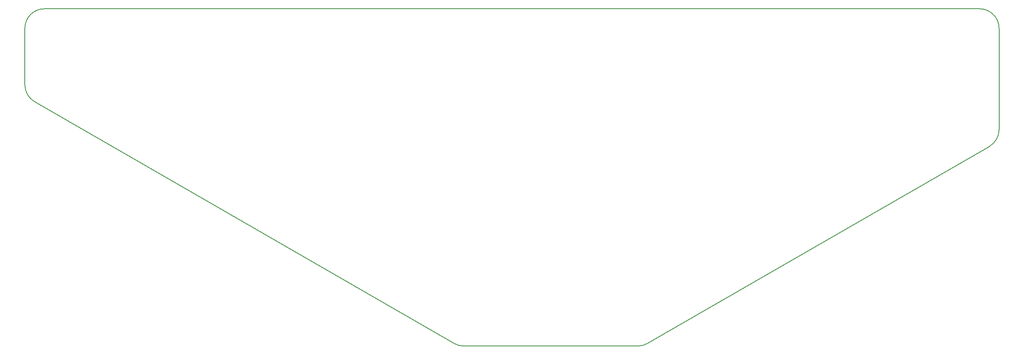
<source format=gbr>
G04 #@! TF.GenerationSoftware,KiCad,Pcbnew,(5.0.0-rc2-dev-296-g4594fedc2)*
G04 #@! TF.CreationDate,2018-05-02T00:47:15+09:30*
G04 #@! TF.ProjectId,zaphod-controller,7A6170686F642D636F6E74726F6C6C65,1.0*
G04 #@! TF.SameCoordinates,Original*
G04 #@! TF.FileFunction,Profile,NP*
%FSLAX46Y46*%
G04 Gerber Fmt 4.6, Leading zero omitted, Abs format (unit mm)*
G04 Created by KiCad (PCBNEW (5.0.0-rc2-dev-296-g4594fedc2)) date 05/02/18 00:47:15*
%MOMM*%
%LPD*%
G01*
G04 APERTURE LIST*
%ADD10C,0.200000*%
G04 APERTURE END LIST*
D10*
X249899999Y-74829038D02*
G75*
G02X247900000Y-78293139I-3999999J0D01*
G01*
X249900000Y-74829038D02*
X249900000Y-54000000D01*
X51976952Y-69099963D02*
X138062831Y-118801669D01*
X245900000Y-50000000D02*
G75*
G02X249900000Y-54000000I0J-4000000D01*
G01*
X177737169Y-118801669D02*
X247900000Y-78293139D01*
X51976952Y-69099963D02*
G75*
G02X49976952Y-65635861I2000000J3464102D01*
G01*
X177737169Y-118801669D02*
G75*
G02X175737169Y-119337567I-2000000J3464102D01*
G01*
X140062831Y-119337567D02*
X175737169Y-119337567D01*
X49976952Y-54000000D02*
X49976952Y-65635861D01*
X140062831Y-119337567D02*
G75*
G02X138062831Y-118801669I0J4000000D01*
G01*
X49976952Y-54000000D02*
G75*
G02X53976952Y-50000000I4000000J0D01*
G01*
X245900000Y-50000000D02*
X53976952Y-50000000D01*
M02*

</source>
